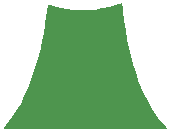
<source format=gbr>
G04 #@! TF.GenerationSoftware,KiCad,Pcbnew,5.1.5+dfsg1-2build2*
G04 #@! TF.CreationDate,2021-04-12T21:23:26-04:00*
G04 #@! TF.ProjectId,wood_tile,776f6f64-5f74-4696-9c65-2e6b69636164,rev?*
G04 #@! TF.SameCoordinates,Original*
G04 #@! TF.FileFunction,Soldermask,Top*
G04 #@! TF.FilePolarity,Negative*
%FSLAX46Y46*%
G04 Gerber Fmt 4.6, Leading zero omitted, Abs format (unit mm)*
G04 Created by KiCad (PCBNEW 5.1.5+dfsg1-2build2) date 2021-04-12 21:23:26*
%MOMM*%
%LPD*%
G04 APERTURE LIST*
%ADD10C,0.010000*%
G04 APERTURE END LIST*
D10*
G36*
X3216501Y-8434349D02*
G01*
X3225490Y-8493730D01*
X3237599Y-8583736D01*
X3252079Y-8698637D01*
X3268184Y-8832707D01*
X3282598Y-8957501D01*
X3389701Y-9817385D01*
X3511837Y-10639207D01*
X3649626Y-11424711D01*
X3803689Y-12175639D01*
X3974648Y-12893734D01*
X4163123Y-13580740D01*
X4369735Y-14238399D01*
X4595106Y-14868456D01*
X4839855Y-15472651D01*
X5104604Y-16052730D01*
X5389975Y-16610434D01*
X5696587Y-17147507D01*
X6025061Y-17665693D01*
X6376020Y-18166733D01*
X6725164Y-18621375D01*
X6983912Y-18944167D01*
X134458Y-18944167D01*
X-504175Y-18944163D01*
X-1101827Y-18944147D01*
X-1659850Y-18944111D01*
X-2179596Y-18944046D01*
X-2662417Y-18943945D01*
X-3109665Y-18943800D01*
X-3522693Y-18943602D01*
X-3902853Y-18943344D01*
X-4251497Y-18943017D01*
X-4569977Y-18942614D01*
X-4859645Y-18942127D01*
X-5121854Y-18941547D01*
X-5357955Y-18940867D01*
X-5569300Y-18940079D01*
X-5757243Y-18939174D01*
X-5923134Y-18938145D01*
X-6068327Y-18936983D01*
X-6194173Y-18935681D01*
X-6302024Y-18934231D01*
X-6393234Y-18932624D01*
X-6469152Y-18930853D01*
X-6531133Y-18928910D01*
X-6580528Y-18926786D01*
X-6618689Y-18924474D01*
X-6646968Y-18921966D01*
X-6666718Y-18919253D01*
X-6679291Y-18916328D01*
X-6686039Y-18913183D01*
X-6688313Y-18909809D01*
X-6687467Y-18906199D01*
X-6685957Y-18903822D01*
X-6662813Y-18873550D01*
X-6618574Y-18817266D01*
X-6558731Y-18741899D01*
X-6488773Y-18654381D01*
X-6455376Y-18612781D01*
X-6041074Y-18066641D01*
X-5656114Y-17495044D01*
X-5299468Y-16896147D01*
X-4970110Y-16268108D01*
X-4667012Y-15609083D01*
X-4389147Y-14917230D01*
X-4375312Y-14880167D01*
X-4203098Y-14393099D01*
X-4040385Y-13882910D01*
X-3886653Y-13347325D01*
X-3741386Y-12784071D01*
X-3604066Y-12190873D01*
X-3474174Y-11565456D01*
X-3351194Y-10905548D01*
X-3234607Y-10208872D01*
X-3123895Y-9473156D01*
X-3091025Y-9239250D01*
X-3068604Y-9077934D01*
X-3047610Y-8928399D01*
X-3028853Y-8796296D01*
X-3013144Y-8687276D01*
X-3001291Y-8606988D01*
X-2994104Y-8561084D01*
X-2992874Y-8554344D01*
X-2989524Y-8535811D01*
X-2984602Y-8522724D01*
X-2972785Y-8515940D01*
X-2948747Y-8516315D01*
X-2907166Y-8524707D01*
X-2842717Y-8541970D01*
X-2750076Y-8568963D01*
X-2623918Y-8606541D01*
X-2571750Y-8622087D01*
X-1995708Y-8771693D01*
X-1408087Y-8881676D01*
X-811998Y-8952117D01*
X-210549Y-8983097D01*
X393149Y-8974698D01*
X995988Y-8927000D01*
X1594857Y-8840084D01*
X2186648Y-8714031D01*
X2768251Y-8548922D01*
X2981598Y-8477475D01*
X3070970Y-8447474D01*
X3144781Y-8424963D01*
X3194495Y-8412400D01*
X3211377Y-8411322D01*
X3216501Y-8434349D01*
G37*
X3216501Y-8434349D02*
X3225490Y-8493730D01*
X3237599Y-8583736D01*
X3252079Y-8698637D01*
X3268184Y-8832707D01*
X3282598Y-8957501D01*
X3389701Y-9817385D01*
X3511837Y-10639207D01*
X3649626Y-11424711D01*
X3803689Y-12175639D01*
X3974648Y-12893734D01*
X4163123Y-13580740D01*
X4369735Y-14238399D01*
X4595106Y-14868456D01*
X4839855Y-15472651D01*
X5104604Y-16052730D01*
X5389975Y-16610434D01*
X5696587Y-17147507D01*
X6025061Y-17665693D01*
X6376020Y-18166733D01*
X6725164Y-18621375D01*
X6983912Y-18944167D01*
X134458Y-18944167D01*
X-504175Y-18944163D01*
X-1101827Y-18944147D01*
X-1659850Y-18944111D01*
X-2179596Y-18944046D01*
X-2662417Y-18943945D01*
X-3109665Y-18943800D01*
X-3522693Y-18943602D01*
X-3902853Y-18943344D01*
X-4251497Y-18943017D01*
X-4569977Y-18942614D01*
X-4859645Y-18942127D01*
X-5121854Y-18941547D01*
X-5357955Y-18940867D01*
X-5569300Y-18940079D01*
X-5757243Y-18939174D01*
X-5923134Y-18938145D01*
X-6068327Y-18936983D01*
X-6194173Y-18935681D01*
X-6302024Y-18934231D01*
X-6393234Y-18932624D01*
X-6469152Y-18930853D01*
X-6531133Y-18928910D01*
X-6580528Y-18926786D01*
X-6618689Y-18924474D01*
X-6646968Y-18921966D01*
X-6666718Y-18919253D01*
X-6679291Y-18916328D01*
X-6686039Y-18913183D01*
X-6688313Y-18909809D01*
X-6687467Y-18906199D01*
X-6685957Y-18903822D01*
X-6662813Y-18873550D01*
X-6618574Y-18817266D01*
X-6558731Y-18741899D01*
X-6488773Y-18654381D01*
X-6455376Y-18612781D01*
X-6041074Y-18066641D01*
X-5656114Y-17495044D01*
X-5299468Y-16896147D01*
X-4970110Y-16268108D01*
X-4667012Y-15609083D01*
X-4389147Y-14917230D01*
X-4375312Y-14880167D01*
X-4203098Y-14393099D01*
X-4040385Y-13882910D01*
X-3886653Y-13347325D01*
X-3741386Y-12784071D01*
X-3604066Y-12190873D01*
X-3474174Y-11565456D01*
X-3351194Y-10905548D01*
X-3234607Y-10208872D01*
X-3123895Y-9473156D01*
X-3091025Y-9239250D01*
X-3068604Y-9077934D01*
X-3047610Y-8928399D01*
X-3028853Y-8796296D01*
X-3013144Y-8687276D01*
X-3001291Y-8606988D01*
X-2994104Y-8561084D01*
X-2992874Y-8554344D01*
X-2989524Y-8535811D01*
X-2984602Y-8522724D01*
X-2972785Y-8515940D01*
X-2948747Y-8516315D01*
X-2907166Y-8524707D01*
X-2842717Y-8541970D01*
X-2750076Y-8568963D01*
X-2623918Y-8606541D01*
X-2571750Y-8622087D01*
X-1995708Y-8771693D01*
X-1408087Y-8881676D01*
X-811998Y-8952117D01*
X-210549Y-8983097D01*
X393149Y-8974698D01*
X995988Y-8927000D01*
X1594857Y-8840084D01*
X2186648Y-8714031D01*
X2768251Y-8548922D01*
X2981598Y-8477475D01*
X3070970Y-8447474D01*
X3144781Y-8424963D01*
X3194495Y-8412400D01*
X3211377Y-8411322D01*
X3216501Y-8434349D01*
M02*

</source>
